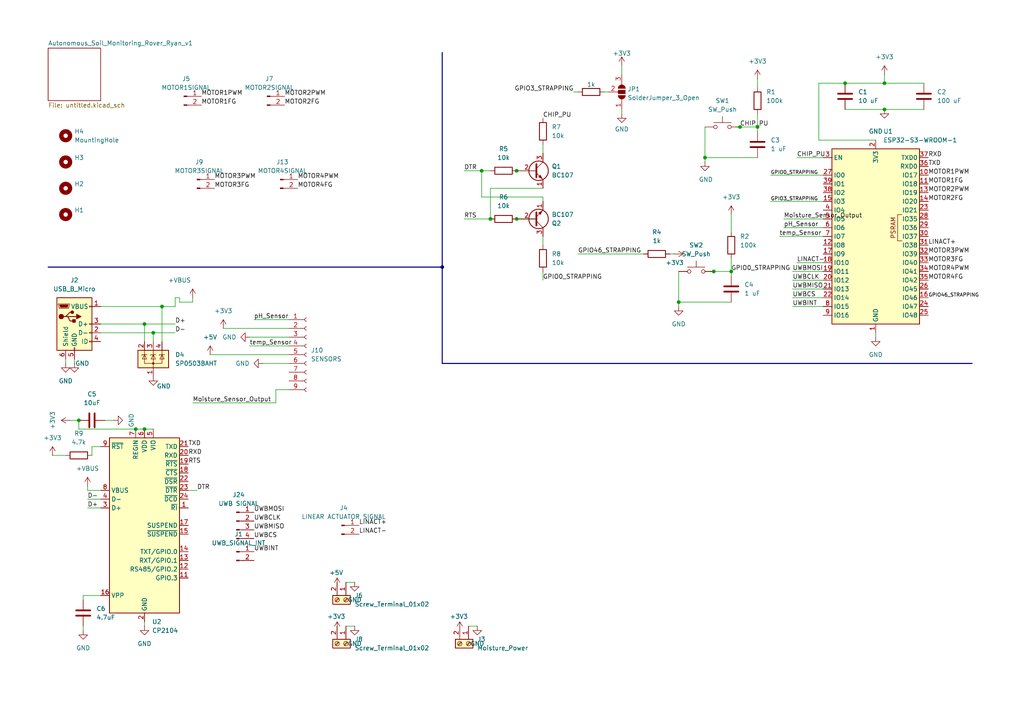
<source format=kicad_sch>
(kicad_sch (version 20231120) (generator "eeschema") (generator_version "8.0")
  (paper "A4")
  (lib_symbols
    (symbol "Connector:Conn_01x02_Pin" (pin_names (offset 1.016) hide)
      (property "Reference" "J" (at 0 2.54 0))
      (property "Value" "Conn_01x02_Pin" (at 0 -5.08 0))
      (symbol "Conn_01x02_Pin_1_1"
        (polyline (pts (xy 1.27 -2.54) (xy 0.8636 -2.54)) (stroke (width 0.1524)))
        (polyline (pts (xy 1.27 0) (xy 0.8636 0)) (stroke (width 0.1524)))
        (rectangle (start 0.8636 -2.413) (end 0 -2.667) (stroke (width 0.1524)) (fill (type outline)))
        (rectangle (start 0.8636 0.127) (end 0 -0.127) (stroke (width 0.1524)) (fill (type outline)))
        (pin passive line (at 5.08 0 180) (length 3.81) (name "Pin_1") (number "1"))
        (pin passive line (at 5.08 -2.54 180) (length 3.81) (name "Pin_2") (number "2"))
      )
    )
    (symbol "Connector:Conn_01x04_Pin" (pin_names (offset 1.016) hide)
      (property "Reference" "J" (at 0 5.08 0))
      (property "Value" "Conn_01x04_Pin" (at 0 -7.62 0))
      (symbol "Conn_01x04_Pin_1_1"
        (polyline (pts (xy 1.27 -5.08) (xy 0.8636 -5.08)) (stroke (width 0.1524)))
        (polyline (pts (xy 1.27 -2.54) (xy 0.8636 -2.54)) (stroke (width 0.1524)))
        (polyline (pts (xy 1.27 0) (xy 0.8636 0)) (stroke (width 0.1524)))
        (polyline (pts (xy 1.27 2.54) (xy 0.8636 2.54)) (stroke (width 0.1524)))
        (rectangle (start 0.8636 -4.953) (end 0 -5.207) (stroke (width 0.1524)) (fill (type outline)))
        (rectangle (start 0.8636 -2.413) (end 0 -2.667) (stroke (width 0.1524)) (fill (type outline)))
        (rectangle (start 0.8636 0.127) (end 0 -0.127) (stroke (width 0.1524)) (fill (type outline)))
        (rectangle (start 0.8636 2.667) (end 0 2.413) (stroke (width 0.1524)) (fill (type outline)))
        (pin passive line (at 5.08 2.54 180) (length 3.81) (name "Pin_1") (number "1"))
        (pin passive line (at 5.08 0 180) (length 3.81) (name "Pin_2") (number "2"))
        (pin passive line (at 5.08 -2.54 180) (length 3.81) (name "Pin_3") (number "3"))
        (pin passive line (at 5.08 -5.08 180) (length 3.81) (name "Pin_4") (number "4"))
      )
    )
    (symbol "Connector:Conn_01x09_Socket" (pin_names (offset 1.016) hide)
      (property "Reference" "J" (at 0 12.7 0))
      (property "Value" "Conn_01x09_Socket" (at 0 -12.7 0))
      (symbol "Conn_01x09_Socket_1_1"
        (arc (start 0 -9.652) (mid -0.5058 -10.16) (end 0 -10.668) (stroke (width 0.1524)))
        (arc (start 0 -7.112) (mid -0.5058 -7.62) (end 0 -8.128) (stroke (width 0.1524)))
        (arc (start 0 -4.572) (mid -0.5058 -5.08) (end 0 -5.588) (stroke (width 0.1524)))
        (arc (start 0 -2.032) (mid -0.5058 -2.54) (end 0 -3.048) (stroke (width 0.1524)))
        (polyline (pts (xy -1.27 -10.16) (xy -0.508 -10.16)) (stroke (width 0.1524)))
        (polyline (pts (xy -1.27 -7.62) (xy -0.508 -7.62)) (stroke (width 0.1524)))
        (polyline (pts (xy -1.27 -5.08) (xy -0.508 -5.08)) (stroke (width 0.1524)))
        (polyline (pts (xy -1.27 -2.54) (xy -0.508 -2.54)) (stroke (width 0.1524)))
        (polyline (pts (xy -1.27 0) (xy -0.508 0)) (stroke (width 0.1524)))
        (polyline (pts (xy -1.27 2.54) (xy -0.508 2.54)) (stroke (width 0.1524)))
        (polyline (pts (xy -1.27 5.08) (xy -0.508 5.08)) (stroke (width 0.1524)))
        (polyline (pts (xy -1.27 7.62) (xy -0.508 7.62)) (stroke (width 0.1524)))
        (polyline (pts (xy -1.27 10.16) (xy -0.508 10.16)) (stroke (width 0.1524)))
        (arc (start 0 0.508) (mid -0.5058 0) (end 0 -0.508) (stroke (width 0.1524)))
        (arc (start 0 3.048) (mid -0.5058 2.54) (end 0 2.032) (stroke (width 0.1524)))
        (arc (start 0 5.588) (mid -0.5058 5.08) (end 0 4.572) (stroke (width 0.1524)))
        (arc (start 0 8.128) (mid -0.5058 7.62) (end 0 7.112) (stroke (width 0.1524)))
        (arc (start 0 10.668) (mid -0.5058 10.16) (end 0 9.652) (stroke (width 0.1524)))
        (pin passive line (at -5.08 10.16 0) (length 3.81) (name "Pin_1") (number "1"))
        (pin passive line (at -5.08 7.62 0) (length 3.81) (name "Pin_2") (number "2"))
        (pin passive line (at -5.08 5.08 0) (length 3.81) (name "Pin_3") (number "3"))
        (pin passive line (at -5.08 2.54 0) (length 3.81) (name "Pin_4") (number "4"))
        (pin passive line (at -5.08 0 0) (length 3.81) (name "Pin_5") (number "5"))
        (pin passive line (at -5.08 -2.54 0) (length 3.81) (name "Pin_6") (number "6"))
        (pin passive line (at -5.08 -5.08 0) (length 3.81) (name "Pin_7") (number "7"))
        (pin passive line (at -5.08 -7.62 0) (length 3.81) (name "Pin_8") (number "8"))
        (pin passive line (at -5.08 -10.16 0) (length 3.81) (name "Pin_9") (number "9"))
      )
    )
    (symbol "Connector:Screw_Terminal_01x02" (pin_names (offset 1.016) hide)
      (property "Reference" "J" (at 0 2.54 0))
      (property "Value" "Screw_Terminal_01x02" (at 0 -5.08 0))
      (symbol "Screw_Terminal_01x02_1_1"
        (rectangle (start -1.27 1.27) (end 1.27 -3.81) (stroke (width 0.254)) (fill (type background)))
        (circle (center 0 -2.54) (radius 0.635) (stroke (width 0.1524)))
        (polyline (pts (xy -0.5334 -2.2098) (xy 0.3302 -3.048)) (stroke (width 0.1524)))
        (polyline (pts (xy -0.5334 0.3302) (xy 0.3302 -0.508)) (stroke (width 0.1524)))
        (polyline (pts (xy -0.3556 -2.032) (xy 0.508 -2.8702)) (stroke (width 0.1524)))
        (polyline (pts (xy -0.3556 0.508) (xy 0.508 -0.3302)) (stroke (width 0.1524)))
        (circle (center 0 0) (radius 0.635) (stroke (width 0.1524)))
        (pin passive line (at -5.08 0 0) (length 3.81) (name "Pin_1") (number "1"))
        (pin passive line (at -5.08 -2.54 0) (length 3.81) (name "Pin_2") (number "2"))
      )
    )
    (symbol "Connector:USB_B_Micro" (pin_names (offset 1.016))
      (property "Reference" "J" (at -5.08 11.43 0))
      (property "Value" "USB_B_Micro" (at -5.08 8.89 0))
      (symbol "USB_B_Micro_0_1"
        (rectangle (start -5.08 -7.62) (end 5.08 7.62) (stroke (width 0.254)) (fill (type background)))
        (circle (center -3.81 2.159) (radius 0.635) (stroke (width 0.254)) (fill (type outline)))
        (circle (center -0.635 3.429) (radius 0.381) (stroke (width 0.254)) (fill (type outline)))
        (rectangle (start -0.127 -7.62) (end 0.127 -6.858))
        (polyline (pts (xy -1.905 2.159) (xy 0.635 2.159)) (stroke (width 0.254)))
        (polyline (pts (xy -3.175 2.159) (xy -2.54 2.159) (xy -1.27 3.429) (xy -0.635 3.429)) (stroke (width 0.254)))
        (polyline (pts (xy -2.54 2.159) (xy -1.905 2.159) (xy -1.27 0.889) (xy 0 0.889)) (stroke (width 0.254)))
        (polyline (pts (xy 0.635 2.794) (xy 0.635 1.524) (xy 1.905 2.159) (xy 0.635 2.794)) (stroke (width 0.254)) (fill (type outline)))
        (polyline (pts (xy -4.318 5.588) (xy -1.778 5.588) (xy -2.032 4.826) (xy -4.064 4.826) (xy -4.318 5.588)) (fill (type outline)))
        (polyline (pts (xy -4.699 5.842) (xy -4.699 5.588) (xy -4.445 4.826) (xy -4.445 4.572) (xy -1.651 4.572) (xy -1.651 4.826) (xy -1.397 5.588) (xy -1.397 5.842) (xy -4.699 5.842)))
        (rectangle (start 0.254 1.27) (end -0.508 0.508) (stroke (width 0.254)) (fill (type outline)))
        (rectangle (start 5.08 -5.207) (end 4.318 -4.953))
        (rectangle (start 5.08 -2.667) (end 4.318 -2.413))
        (rectangle (start 5.08 -0.127) (end 4.318 0.127))
        (rectangle (start 5.08 4.953) (end 4.318 5.207))
      )
      (symbol "USB_B_Micro_1_1"
        (pin power_out line (at 7.62 5.08 180) (length 2.54) (name "VBUS") (number "1"))
        (pin bidirectional line (at 7.62 -2.54 180) (length 2.54) (name "D-") (number "2"))
        (pin bidirectional line (at 7.62 0 180) (length 2.54) (name "D+") (number "3"))
        (pin passive line (at 7.62 -5.08 180) (length 2.54) (name "ID") (number "4"))
        (pin power_out line (at 0 -10.16 90) (length 2.54) (name "GND") (number "5"))
        (pin passive line (at -2.54 -10.16 90) (length 2.54) (name "Shield") (number "6"))
      )
    )
    (symbol "Device:C" (pin_numbers hide) (pin_names (offset 0.254))
      (property "Reference" "C" (at 0.635 2.54 0))
      (property "Value" "C" (at 0.635 -2.54 0))
      (symbol "C_0_1"
        (polyline (pts (xy -2.032 -0.762) (xy 2.032 -0.762)) (stroke (width 0.508)))
        (polyline (pts (xy -2.032 0.762) (xy 2.032 0.762)) (stroke (width 0.508)))
      )
      (symbol "C_1_1"
        (pin passive line (at 0 3.81 270) (length 2.794) (name "~") (number "1"))
        (pin passive line (at 0 -3.81 90) (length 2.794) (name "~") (number "2"))
      )
    )
    (symbol "Device:R" (pin_numbers hide) (pin_names (offset 0))
      (property "Reference" "R" (at 2.032 0 90))
      (property "Value" "R" (at 0 0 90))
      (symbol "R_0_1"
        (rectangle (start -1.016 -2.54) (end 1.016 2.54) (stroke (width 0.254)))
      )
      (symbol "R_1_1"
        (pin passive line (at 0 3.81 270) (length 1.27) (name "~") (number "1"))
        (pin passive line (at 0 -3.81 90) (length 1.27) (name "~") (number "2"))
      )
    )
    (symbol "Interface_USB:CP2104"
      (property "Reference" "U" (at -5.08 28.575 0))
      (property "Value" "CP2104" (at -5.08 26.67 0))
      (symbol "CP2104_1_1"
        (rectangle (start -10.16 25.4) (end 10.16 -25.4) (stroke (width 0.254)) (fill (type background)))
        (pin input line (at 12.7 5.08 180) (length 2.54) (name "~{RI}") (number "1"))
        (pin no_connect line (at 10.16 -20.32 180) (length 2.54) hide (name "NC") (number "10"))
        (pin bidirectional line (at 12.7 -15.24 180) (length 2.54) (name "GPIO.3") (number "11"))
        (pin bidirectional line (at 12.7 -12.7 180) (length 2.54) (name "RS485/GPIO.2") (number "12"))
        (pin bidirectional line (at 12.7 -10.16 180) (length 2.54) (name "RXT/GPIO.1") (number "13"))
        (pin bidirectional line (at 12.7 -7.62 180) (length 2.54) (name "TXT/GPIO.0") (number "14"))
        (pin output line (at 12.7 -2.54 180) (length 2.54) (name "~{SUSPEND}") (number "15"))
        (pin passive line (at -12.7 -20.32 0) (length 2.54) (name "VPP") (number "16"))
        (pin output line (at 12.7 0 180) (length 2.54) (name "SUSPEND") (number "17"))
        (pin input line (at 12.7 15.24 180) (length 2.54) (name "~{CTS}") (number "18"))
        (pin output line (at 12.7 17.78 180) (length 2.54) (name "~{RTS}") (number "19"))
        (pin power_in line (at 0 -27.94 90) (length 2.54) (name "GND") (number "2"))
        (pin input line (at 12.7 20.32 180) (length 2.54) (name "RXD") (number "20"))
        (pin output line (at 12.7 22.86 180) (length 2.54) (name "TXD") (number "21"))
        (pin input line (at 12.7 12.7 180) (length 2.54) (name "~{DSR}") (number "22"))
        (pin output line (at 12.7 10.16 180) (length 2.54) (name "~{DTR}") (number "23"))
        (pin input line (at 12.7 7.62 180) (length 2.54) (name "~{DCD}") (number "24"))
        (pin passive line (at 0 -27.94 90) (length 2.54) hide (name "GND") (number "25"))
        (pin bidirectional line (at -12.7 5.08 0) (length 2.54) (name "D+") (number "3"))
        (pin bidirectional line (at -12.7 7.62 0) (length 2.54) (name "D-") (number "4"))
        (pin power_in line (at 2.54 27.94 270) (length 2.54) (name "VIO") (number "5"))
        (pin power_in line (at 0 27.94 270) (length 2.54) (name "VDD") (number "6"))
        (pin power_in line (at -2.54 27.94 270) (length 2.54) (name "REGIN") (number "7"))
        (pin input line (at -12.7 10.16 0) (length 2.54) (name "VBUS") (number "8"))
        (pin bidirectional line (at -12.7 22.86 0) (length 2.54) (name "~{RST}") (number "9"))
      )
    )
    (symbol "Jumper:SolderJumper_3_Open" (pin_names (offset 0) hide)
      (property "Reference" "JP" (at -2.54 -2.54 0))
      (property "Value" "SolderJumper_3_Open" (at 0 2.794 0))
      (symbol "SolderJumper_3_Open_0_1"
        (arc (start -1.016 1.016) (mid -2.0275 0) (end -1.016 -1.016))
        (arc (start -1.016 1.016) (mid -2.0275 0) (end -1.016 -1.016) (fill (type outline)))
        (rectangle (start -0.508 1.016) (end 0.508 -1.016) (fill (type outline)))
        (polyline (pts (xy -2.54 0) (xy -2.032 0)))
        (polyline (pts (xy -1.016 1.016) (xy -1.016 -1.016)))
        (polyline (pts (xy 0 -1.27) (xy 0 -1.016)))
        (polyline (pts (xy 1.016 1.016) (xy 1.016 -1.016)))
        (polyline (pts (xy 2.54 0) (xy 2.032 0)))
        (arc (start 1.016 -1.016) (mid 2.0275 0) (end 1.016 1.016))
        (arc (start 1.016 -1.016) (mid 2.0275 0) (end 1.016 1.016) (fill (type outline)))
      )
      (symbol "SolderJumper_3_Open_1_1"
        (pin passive line (at -5.08 0 0) (length 2.54) (name "A") (number "1"))
        (pin passive line (at 0 -3.81 90) (length 2.54) (name "C") (number "2"))
        (pin passive line (at 5.08 0 180) (length 2.54) (name "B") (number "3"))
      )
    )
    (symbol "Mechanical:MountingHole" (pin_names (offset 1.016)) (exclude_from_sim yes) (in_bom no)
      (property "Reference" "H" (at 0 5.08 0))
      (property "Value" "MountingHole" (at 0 3.175 0))
      (symbol "MountingHole_0_1"
        (circle (center 0 0) (radius 1.27) (stroke (width 1.27)))
      )
    )
    (symbol "Power_Protection:SP0503BAHT" (pin_names hide)
      (property "Reference" "D" (at 5.715 2.54 0))
      (property "Value" "SP0503BAHT" (at 5.715 0.635 0))
      (symbol "SP0503BAHT_0_0"
        (pin passive line (at 0 -5.08 90) (length 2.54) (name "A") (number "1"))
      )
      (symbol "SP0503BAHT_0_1"
        (rectangle (start -4.445 2.54) (end 4.445 -2.54) (stroke (width 0.254)) (fill (type background)))
        (circle (center 0 -1.27) (radius 0.254) (fill (type outline)))
        (polyline (pts (xy -2.54 2.54) (xy -2.54 1.27)))
        (polyline (pts (xy 0 -1.27) (xy 0 -2.54)))
        (polyline (pts (xy 0 -1.27) (xy 0 1.27)))
        (polyline (pts (xy 0 2.54) (xy 0 1.27)))
        (polyline (pts (xy 0.635 1.27) (xy 0.762 1.27)))
        (polyline (pts (xy 2.54 2.54) (xy 2.54 1.27)))
        (polyline (pts (xy 0.635 1.27) (xy -0.762 1.27) (xy -0.762 1.016)))
        (polyline (pts (xy -3.302 1.016) (xy -3.302 1.27) (xy -1.905 1.27) (xy -1.778 1.27)))
        (polyline (pts (xy -2.54 1.27) (xy -2.54 -1.27) (xy 2.54 -1.27) (xy 2.54 1.27)))
        (polyline (pts (xy -2.54 1.27) (xy -1.905 0) (xy -3.175 0) (xy -2.54 1.27)))
        (polyline (pts (xy 0.635 0) (xy -0.635 0) (xy 0 1.27) (xy 0.635 0)))
        (polyline (pts (xy 1.778 1.016) (xy 1.778 1.27) (xy 3.175 1.27) (xy 3.302 1.27)))
        (polyline (pts (xy 2.54 1.27) (xy 1.905 0) (xy 3.175 0) (xy 2.54 1.27)))
      )
      (symbol "SP0503BAHT_1_1"
        (pin passive line (at -2.54 5.08 270) (length 2.54) (name "K") (number "2"))
        (pin passive line (at 0 5.08 270) (length 2.54) (name "K") (number "3"))
        (pin passive line (at 2.54 5.08 270) (length 2.54) (name "K") (number "4"))
      )
    )
    (symbol "RF_Module:ESP32-S3-WROOM-1"
      (property "Reference" "U" (at -12.7 26.67 0))
      (property "Value" "ESP32-S3-WROOM-1" (at 12.7 26.67 0))
      (symbol "ESP32-S3-WROOM-1_0_0"
        (rectangle (start -12.7 25.4) (end 12.7 -25.4) (stroke (width 0.254)) (fill (type background)))
        (text "PSRAM" (at 5.08 2.54 900) (effects (font (size 1.27 1.27))))
      )
      (symbol "ESP32-S3-WROOM-1_0_1"
        (polyline (pts (xy 7.62 -1.27) (xy 6.35 -1.27) (xy 6.35 6.35) (xy 7.62 6.35)))
      )
      (symbol "ESP32-S3-WROOM-1_1_1"
        (pin power_in line (at 0 -27.94 90) (length 2.54) (name "GND") (number "1"))
        (pin bidirectional line (at 15.24 17.78 180) (length 2.54) (name "IO17") (number "10"))
        (pin bidirectional line (at 15.24 15.24 180) (length 2.54) (name "IO18") (number "11"))
        (pin bidirectional line (at -15.24 -2.54 0) (length 2.54) (name "IO8") (number "12"))
        (pin bidirectional line (at 15.24 12.7 180) (length 2.54) (name "IO19") (number "13"))
        (pin bidirectional line (at 15.24 10.16 180) (length 2.54) (name "IO20") (number "14"))
        (pin bidirectional line (at -15.24 10.16 0) (length 2.54) (name "IO3") (number "15"))
        (pin bidirectional line (at 15.24 -17.78 180) (length 2.54) (name "IO46") (number "16"))
        (pin bidirectional line (at -15.24 -5.08 0) (length 2.54) (name "IO9") (number "17"))
        (pin bidirectional line (at -15.24 -7.62 0) (length 2.54) (name "IO10") (number "18"))
        (pin bidirectional line (at -15.24 -10.16 0) (length 2.54) (name "IO11") (number "19"))
        (pin power_in line (at 0 27.94 270) (length 2.54) (name "3V3") (number "2"))
        (pin bidirectional line (at -15.24 -12.7 0) (length 2.54) (name "IO12") (number "20"))
        (pin bidirectional line (at -15.24 -15.24 0) (length 2.54) (name "IO13") (number "21"))
        (pin bidirectional line (at -15.24 -17.78 0) (length 2.54) (name "IO14") (number "22"))
        (pin bidirectional line (at 15.24 7.62 180) (length 2.54) (name "IO21") (number "23"))
        (pin bidirectional line (at 15.24 -20.32 180) (length 2.54) (name "IO47") (number "24"))
        (pin bidirectional line (at 15.24 -22.86 180) (length 2.54) (name "IO48") (number "25"))
        (pin bidirectional line (at 15.24 -15.24 180) (length 2.54) (name "IO45") (number "26"))
        (pin bidirectional line (at -15.24 17.78 0) (length 2.54) (name "IO0") (number "27"))
        (pin bidirectional line (at 15.24 5.08 180) (length 2.54) (name "IO35") (number "28"))
        (pin bidirectional line (at 15.24 2.54 180) (length 2.54) (name "IO36") (number "29"))
        (pin input line (at -15.24 22.86 0) (length 2.54) (name "EN") (number "3"))
        (pin bidirectional line (at 15.24 0 180) (length 2.54) (name "IO37") (number "30"))
        (pin bidirectional line (at 15.24 -2.54 180) (length 2.54) (name "IO38") (number "31"))
        (pin bidirectional line (at 15.24 -5.08 180) (length 2.54) (name "IO39") (number "32"))
        (pin bidirectional line (at 15.24 -7.62 180) (length 2.54) (name "IO40") (number "33"))
        (pin bidirectional line (at 15.24 -10.16 180) (length 2.54) (name "IO41") (number "34"))
        (pin bidirectional line (at 15.24 -12.7 180) (length 2.54) (name "IO42") (number "35"))
        (pin bidirectional line (at 15.24 20.32 180) (length 2.54) (name "RXD0") (number "36"))
        (pin bidirectional line (at 15.24 22.86 180) (length 2.54) (name "TXD0") (number "37"))
        (pin bidirectional line (at -15.24 12.7 0) (length 2.54) (name "IO2") (number "38"))
        (pin bidirectional line (at -15.24 15.24 0) (length 2.54) (name "IO1") (number "39"))
        (pin bidirectional line (at -15.24 7.62 0) (length 2.54) (name "IO4") (number "4"))
        (pin passive line (at 0 -27.94 90) (length 2.54) hide (name "GND") (number "40"))
        (pin passive line (at 0 -27.94 90) (length 2.54) hide (name "GND") (number "41"))
        (pin bidirectional line (at -15.24 5.08 0) (length 2.54) (name "IO5") (number "5"))
        (pin bidirectional line (at -15.24 2.54 0) (length 2.54) (name "IO6") (number "6"))
        (pin bidirectional line (at -15.24 0 0) (length 2.54) (name "IO7") (number "7"))
        (pin bidirectional line (at -15.24 -20.32 0) (length 2.54) (name "IO15") (number "8"))
        (pin bidirectional line (at -15.24 -22.86 0) (length 2.54) (name "IO16") (number "9"))
      )
    )
    (symbol "Switch:SW_Push" (pin_numbers hide) (pin_names (offset 1.016) hide)
      (property "Reference" "SW" (at 1.27 2.54 0))
      (property "Value" "SW_Push" (at 0 -1.524 0))
      (symbol "SW_Push_0_1"
        (circle (center -2.032 0) (radius 0.508))
        (polyline (pts (xy 0 1.27) (xy 0 3.048)))
        (polyline (pts (xy 2.54 1.27) (xy -2.54 1.27)))
        (circle (center 2.032 0) (radius 0.508))
        (pin passive line (at -5.08 0 0) (length 2.54) (name "1") (number "1"))
        (pin passive line (at 5.08 0 180) (length 2.54) (name "2") (number "2"))
      )
    )
    (symbol "Transistor_BJT:BC107" (pin_names (offset 0) hide)
      (property "Reference" "Q" (at 5.08 1.905 0))
      (property "Value" "BC107" (at 5.08 0 0))
      (symbol "BC107_0_1"
        (polyline (pts (xy 0.635 0.635) (xy 2.54 2.54)))
        (polyline (pts (xy 0.635 -0.635) (xy 2.54 -2.54) (xy 2.54 -2.54)))
        (polyline (pts (xy 0.635 1.905) (xy 0.635 -1.905) (xy 0.635 -1.905)) (stroke (width 0.508)))
        (polyline (pts (xy 1.27 -1.778) (xy 1.778 -1.27) (xy 2.286 -2.286) (xy 1.27 -1.778) (xy 1.27 -1.778)) (fill (type outline)))
        (circle (center 1.27 0) (radius 2.8194) (stroke (width 0.254)))
      )
      (symbol "BC107_1_1"
        (pin passive line (at 2.54 -5.08 90) (length 2.54) (name "E") (number "1"))
        (pin input line (at -5.08 0 0) (length 5.715) (name "B") (number "2"))
        (pin passive line (at 2.54 5.08 270) (length 2.54) (name "C") (number "3"))
      )
    )
    (symbol "basic:R" (pin_numbers hide) (pin_names (offset 0))
      (property "Value" "R" (at 0 0 90))
      (symbol "R_0_1"
        (rectangle (start -1.016 -2.54) (end 1.016 2.54) (stroke (width 0.254)))
      )
      (symbol "R_1_1"
        (pin passive line (at 0 3.81 270) (length 1.27) (name "~") (number "1"))
        (pin passive line (at 0 -3.81 90) (length 1.27) (name "~") (number "2"))
      )
    )
    (symbol "power:+12V" (power) (pin_numbers hide) (pin_names (offset 0) hide)
      (property "Value" "+12V" (at 0 3.556 0))
      (symbol "+12V_0_1"
        (polyline (pts (xy -0.762 1.27) (xy 0 2.54)))
        (polyline (pts (xy 0 0) (xy 0 2.54)))
        (polyline (pts (xy 0 2.54) (xy 0.762 1.27)))
      )
      (symbol "+12V_1_1"
        (pin power_in line (at 0 0 90) (length 0) (name "~") (number "1"))
      )
    )
    (symbol "power:+3V3" (power) (pin_numbers hide) (pin_names (offset 0) hide)
      (property "Value" "+3V3" (at 0 3.556 0))
      (symbol "+3V3_0_1"
        (polyline (pts (xy -0.762 1.27) (xy 0 2.54)))
        (polyline (pts (xy 0 0) (xy 0 2.54)))
        (polyline (pts (xy 0 2.54) (xy 0.762 1.27)))
      )
      (symbol "+3V3_1_1"
        (pin power_in line (at 0 0 90) (length 0) (name "~") (number "1"))
      )
    )
    (symbol "power:+5V" (power) (pin_numbers hide) (pin_names (offset 0) hide)
      (property "Value" "+5V" (at 0 3.556 0))
      (symbol "+5V_0_1"
        (polyline (pts (xy -0.762 1.27) (xy 0 2.54)))
        (polyline (pts (xy 0 0) (xy 0 2.54)))
        (polyline (pts (xy 0 2.54) (xy 0.762 1.27)))
      )
      (symbol "+5V_1_1"
        (pin power_in line (at 0 0 90) (length 0) (name "~") (number "1"))
      )
    )
    (symbol "power:GND" (power) (pin_numbers hide) (pin_names (offset 0) hide)
      (property "Value" "GND" (at 0 -3.81 0))
      (symbol "GND_0_1"
        (polyline (pts (xy 0 0) (xy 0 -1.27) (xy 1.27 -1.27) (xy 0 -2.54) (xy -1.27 -1.27) (xy 0 -1.27)))
      )
      (symbol "GND_1_1"
        (pin power_in line (at 0 0 270) (length 0) (name "~") (number "1"))
      )
    )
  )
  (junction (at 39.37 124.46))
  (junction (at 196.85 87.63))
  (junction (at 44.45 96.52))
  (junction (at 149.86 63.5))
  (junction (at 149.86 49.53))
  (junction (at 256.54 24.13))
  (junction (at 142.24 63.5))
  (junction (at 46.99 88.9))
  (junction (at 139.7 49.53))
  (junction (at 219.71 36.83))
  (junction (at 128.27 77.47))
  (junction (at 245.11 24.13))
  (junction (at 212.09 78.74))
  (junction (at 41.91 124.46))
  (junction (at 22.86 121.92))
  (junction (at 204.47 45.72))
  (junction (at 214.63 36.83))
  (junction (at 41.91 93.98))
  (junction (at 207.01 78.74))
  (junction (at 256.54 31.75))
  (wire (pts (xy 134.62 49.53) (xy 139.7 49.53)))
  (wire (pts (xy 204.47 45.72) (xy 204.47 46.99)))
  (wire (pts (xy 39.37 124.46) (xy 41.91 124.46)))
  (wire (pts (xy 157.48 57.15) (xy 157.48 58.42)))
  (wire (pts (xy 229.87 88.9) (xy 238.76 88.9)))
  (wire (pts (xy 227.33 63.5) (xy 238.76 63.5)))
  (wire (pts (xy 26.67 132.08) (xy 26.67 129.54)))
  (wire (pts (xy 231.14 45.72) (xy 238.76 45.72)))
  (wire (pts (xy 80.01 116.84) (xy 80.01 113.03)))
  (wire (pts (xy 44.45 96.52) (xy 44.45 99.06)))
  (wire (pts (xy 166.37 26.67) (xy 167.64 26.67)))
  (wire (pts (xy 26.67 129.54) (xy 29.21 129.54)))
  (wire (pts (xy 196.85 87.63) (xy 196.85 88.9)))
  (wire (pts (xy 52.07 87.63) (xy 55.88 87.63)))
  (wire (pts (xy 254 97.79) (xy 254 96.52)))
  (wire (pts (xy 219.71 36.83) (xy 219.71 38.1)))
  (wire (pts (xy 204.47 45.72) (xy 219.71 45.72)))
  (wire (pts (xy 60.96 102.87) (xy 83.82 102.87)))
  (wire (pts (xy 157.48 78.74) (xy 157.48 81.28)))
  (wire (pts (xy 214.63 36.83) (xy 219.71 36.83)))
  (wire (pts (xy 76.2 105.41) (xy 83.82 105.41)))
  (wire (pts (xy 157.48 41.91) (xy 157.48 44.45)))
  (wire (pts (xy 41.91 124.46) (xy 44.45 124.46)))
  (bus (pts (xy 13.97 77.47) (xy 128.27 77.47)))
  (wire (pts (xy 46.99 88.9) (xy 50.8 88.9)))
  (wire (pts (xy 204.47 36.83) (xy 204.47 45.72)))
  (wire (pts (xy 154.94 49.53) (xy 149.86 49.53)))
  (wire (pts (xy 229.87 83.82) (xy 238.76 83.82)))
  (wire (pts (xy 219.71 22.86) (xy 219.71 25.4)))
  (wire (pts (xy 80.01 113.03) (xy 83.82 113.03)))
  (wire (pts (xy 223.52 58.42) (xy 238.76 58.42)))
  (wire (pts (xy 41.91 93.98) (xy 41.91 99.06)))
  (wire (pts (xy 226.06 68.58) (xy 238.76 68.58)))
  (wire (pts (xy 205.74 78.74) (xy 207.01 78.74)))
  (wire (pts (xy 139.7 49.53) (xy 142.24 49.53)))
  (wire (pts (xy 44.45 96.52) (xy 50.8 96.52)))
  (wire (pts (xy 73.66 92.71) (xy 83.82 92.71)))
  (wire (pts (xy 25.4 147.32) (xy 29.21 147.32)))
  (wire (pts (xy 97.79 182.88) (xy 97.79 181.61)))
  (wire (pts (xy 196.85 78.74) (xy 196.85 87.63)))
  (wire (pts (xy 229.87 86.36) (xy 238.76 86.36)))
  (wire (pts (xy 157.48 68.58) (xy 157.48 71.12)))
  (wire (pts (xy 256.54 21.59) (xy 256.54 24.13)))
  (wire (pts (xy 50.8 86.36) (xy 52.07 86.36)))
  (wire (pts (xy 72.39 100.33) (xy 83.82 100.33)))
  (wire (pts (xy 195.58 73.66) (xy 194.31 73.66)))
  (wire (pts (xy 29.21 96.52) (xy 44.45 96.52)))
  (wire (pts (xy 180.34 19.05) (xy 180.34 21.59)))
  (wire (pts (xy 55.88 116.84) (xy 80.01 116.84)))
  (wire (pts (xy 212.09 62.23) (xy 212.09 67.31)))
  (wire (pts (xy 223.52 50.8) (xy 238.76 50.8)))
  (wire (pts (xy 134.62 63.5) (xy 142.24 63.5)))
  (wire (pts (xy 22.86 121.92) (xy 22.86 124.46)))
  (wire (pts (xy 237.49 40.64) (xy 254 40.64)))
  (wire (pts (xy 55.88 87.63) (xy 55.88 86.36)))
  (wire (pts (xy 20.32 121.92) (xy 22.86 121.92)))
  (wire (pts (xy 100.33 168.91) (xy 102.87 168.91)))
  (wire (pts (xy 97.79 170.18) (xy 97.79 168.91)))
  (wire (pts (xy 245.11 24.13) (xy 256.54 24.13)))
  (wire (pts (xy 46.99 99.06) (xy 46.99 88.9)))
  (wire (pts (xy 237.49 24.13) (xy 237.49 40.64)))
  (bus (pts (xy 128.27 15.24) (xy 128.27 77.47)))
  (wire (pts (xy 139.7 57.15) (xy 157.48 57.15)))
  (wire (pts (xy 212.09 78.74) (xy 212.09 74.93)))
  (wire (pts (xy 52.07 86.36) (xy 52.07 87.63)))
  (wire (pts (xy 135.89 181.61) (xy 138.43 181.61)))
  (wire (pts (xy 212.09 78.74) (xy 212.09 80.01)))
  (wire (pts (xy 24.13 173.99) (xy 24.13 172.72)))
  (wire (pts (xy 175.26 26.67) (xy 176.53 26.67)))
  (wire (pts (xy 139.7 49.53) (xy 139.7 57.15)))
  (wire (pts (xy 256.54 24.13) (xy 267.97 24.13)))
  (wire (pts (xy 33.02 121.92) (xy 30.48 121.92)))
  (wire (pts (xy 29.21 142.24) (xy 25.4 142.24)))
  (wire (pts (xy 50.8 88.9) (xy 50.8 86.36)))
  (bus (pts (xy 128.27 105.41) (xy 281.94 105.41)))
  (wire (pts (xy 19.05 105.41) (xy 19.05 104.14)))
  (wire (pts (xy 29.21 93.98) (xy 41.91 93.98)))
  (wire (pts (xy 64.77 95.25) (xy 83.82 95.25)))
  (wire (pts (xy 25.4 144.78) (xy 29.21 144.78)))
  (wire (pts (xy 41.91 181.61) (xy 41.91 180.34)))
  (wire (pts (xy 100.33 181.61) (xy 102.87 181.61)))
  (wire (pts (xy 229.87 78.74) (xy 238.76 78.74)))
  (wire (pts (xy 227.33 66.04) (xy 238.76 66.04)))
  (wire (pts (xy 21.59 104.14) (xy 21.59 105.41)))
  (wire (pts (xy 167.64 73.66) (xy 186.69 73.66)))
  (bus (pts (xy 128.27 77.47) (xy 128.27 105.41)))
  (wire (pts (xy 180.34 31.75) (xy 180.34 33.02)))
  (wire (pts (xy 22.86 124.46) (xy 39.37 124.46)))
  (wire (pts (xy 29.21 88.9) (xy 46.99 88.9)))
  (wire (pts (xy 196.85 87.63) (xy 212.09 87.63)))
  (wire (pts (xy 15.24 132.08) (xy 19.05 132.08)))
  (wire (pts (xy 207.01 78.74) (xy 212.09 78.74)))
  (wire (pts (xy 142.24 54.61) (xy 142.24 63.5)))
  (wire (pts (xy 133.35 182.88) (xy 133.35 181.61)))
  (wire (pts (xy 41.91 93.98) (xy 50.8 93.98)))
  (wire (pts (xy 219.71 36.83) (xy 219.71 33.02)))
  (wire (pts (xy 57.15 142.24) (xy 54.61 142.24)))
  (wire (pts (xy 24.13 182.88) (xy 24.13 181.61)))
  (wire (pts (xy 231.14 76.2) (xy 238.76 76.2)))
  (wire (pts (xy 256.54 31.75) (xy 267.97 31.75)))
  (wire (pts (xy 25.4 142.24) (xy 25.4 140.97)))
  (wire (pts (xy 149.86 63.5) (xy 154.94 63.5)))
  (wire (pts (xy 237.49 24.13) (xy 245.11 24.13)))
  (wire (pts (xy 213.36 36.83) (xy 214.63 36.83)))
  (wire (pts (xy 24.13 172.72) (xy 29.21 172.72)))
  (wire (pts (xy 157.48 54.61) (xy 142.24 54.61)))
  (wire (pts (xy 72.39 97.79) (xy 83.82 97.79)))
  (wire (pts (xy 229.87 81.28) (xy 238.76 81.28)))
  (wire (pts (xy 245.11 31.75) (xy 256.54 31.75)))
  (label "GPIO0_STRAPPING" (at 212.09 78.74 0))
  (label "RXD" (at 54.61 132.08 0))
  (label "UWBMISO" (at 229.87 83.82 0))
  (label "temp_Sensor" (at 72.39 100.33 0))
  (label "GPIO3_STRAPPING" (at 166.37 26.67 180))
  (label "MOTOR4FG" (at 269.24 81.28 0))
  (label "MOTOR4FG" (at 86.36 54.61 0))
  (label "UWBINT" (at 73.66 160.02 0))
  (label "UWBINT" (at 229.87 88.9 0))
  (label "TXD" (at 54.61 129.54 0))
  (label "MOTOR1FG" (at 269.24 53.34 0))
  (label "CHIP_PU" (at 214.63 36.83 0))
  (label "GPIO46_STRAPPING" (at 167.64 73.66 0))
  (label "MOTOR1FG" (at 58.42 30.48 0))
  (label "LINACT+" (at 269.24 71.12 0))
  (label "D-" (at 50.8 96.52 0))
  (label "MOTOR4PWM" (at 269.24 78.74 0))
  (label "LINACT-" (at 231.14 76.2 0))
  (label "MOTOR1PWM" (at 58.42 27.94 0))
  (label "RXD" (at 269.24 45.72 0))
  (label "LINACT-" (at 104.14 154.94 0))
  (label "UWBMOSI" (at 229.87 78.74 0))
  (label "pH_Sensor" (at 73.66 92.71 0))
  (label "MOTOR4PWM" (at 86.36 52.07 0))
  (label "TXD" (at 269.24 48.26 0))
  (label "Moisture_Sensor_Output" (at 227.33 63.5 0))
  (label "GPIO46_STRAPPING" (at 269.24 86.36 0) (effects (font (size 1.016 1.016))))
  (label "LINACT+" (at 104.14 152.4 0))
  (label "Moisture_Sensor_Output" (at 55.88 116.84 0))
  (label "GPIO0_STRAPPING" (at 223.52 50.8 0) (effects (font (size 1.016 1.016))))
  (label "UWBCS" (at 229.87 86.36 0))
  (label "RTS" (at 54.61 134.62 0))
  (label "UWBMOSI" (at 73.66 148.59 0))
  (label "D+" (at 25.4 147.32 0))
  (label "MOTOR2PWM" (at 269.24 55.88 0))
  (label "DTR" (at 57.15 142.24 0))
  (label "MOTOR2FG" (at 269.24 58.42 0))
  (label "MOTOR3PWM" (at 62.23 52.07 0))
  (label "MOTOR3FG" (at 269.24 76.2 0))
  (label "MOTOR1PWM" (at 269.24 50.8 0))
  (label "MOTOR3FG" (at 62.23 54.61 0))
  (label "UWBMISO" (at 73.66 153.67 0))
  (label "DTR" (at 134.62 49.53 0))
  (label "MOTOR2PWM" (at 82.55 27.94 0))
  (label "CHIP_PU" (at 157.48 34.29 0))
  (label "RTS" (at 134.62 63.5 0))
  (label "GPIO0_STRAPPING" (at 157.48 81.28 0))
  (label "CHIP_PU" (at 231.14 45.72 0))
  (label "UWBCLK" (at 229.87 81.28 0))
  (label "GPIO3_STRAPPING" (at 223.52 58.42 0) (effects (font (size 1.016 1.016))))
  (label "UWBCS" (at 73.66 156.21 0))
  (label "D+" (at 50.8 93.98 0))
  (label "MOTOR3PWM" (at 269.24 73.66 0))
  (label "pH_Sensor" (at 227.33 66.04 0))
  (label "D-" (at 25.4 144.78 0))
  (label "UWBCLK" (at 73.66 151.13 0))
  (label "temp_Sensor" (at 226.06 68.58 0))
  (label "MOTOR2FG" (at 82.55 30.48 0))
  (symbol (lib_id "Device:C") (at 212.09 83.82 0) (unit 1)
    (property "Reference" "C4" (at 215.9 82.5499 0) (effects (justify left)))
    (property "Value" "1 uF" (at 215.9 85.0899 0) (effects (justify left)))
    (property "Footprint" "Capacitor_SMD:C_0805_2012Metric_Pad1.18x1.45mm_HandSolder" (effects (hide yes)))
    (property "Description" "Unpolarized capacitor" (effects (hide yes)))
  )
  (symbol (lib_id "power:+3V3") (at 15.24 132.08 0) (unit 1)
    (property "Reference" "#PWR033" (effects (hide yes)))
    (property "Value" "+3V3" (at 15.24 127 0))
    (property "Description" "Power symbol creates a global label with name \"+3V3\"" (effects (hide yes)))
  )
  (symbol (lib_id "power:GND") (at 19.05 105.41 0) (unit 1)
    (property "Reference" "#PWR034" (effects (hide yes)))
    (property "Value" "GND" (at 19.05 110.49 0))
    (property "Description" "Power symbol creates a global label with name \"GND\" , ground" (effects (hide yes)))
  )
  (symbol (lib_id "Connector:Conn_01x02_Pin") (at 99.06 152.4 0) (unit 1)
    (property "Reference" "J4" (at 99.695 147.32 0))
    (property "Value" "LINEAR ACTUATOR SIGNAL" (at 99.695 149.86 0))
    (property "Footprint" "TerminalBlock_Phoenix:TerminalBlock_Phoenix_MKDS-1,5-2-5.08_1x02_P5.08mm_Horizontal" (effects (hide yes)))
    (property "Description" "Generic connector, single row, 01x02, script generated" (effects (hide yes)))
  )
  (symbol (lib_id "Connector:Conn_01x02_Pin") (at 53.34 27.94 0) (unit 1)
    (property "Reference" "J5" (at 53.975 22.86 0))
    (property "Value" "MOTOR1SIGNAL" (at 53.975 25.4 0))
    (property "Footprint" "TerminalBlock_Phoenix:TerminalBlock_Phoenix_MKDS-1,5-2-5.08_1x02_P5.08mm_Horizontal" (effects (hide yes)))
    (property "Description" "Generic connector, single row, 01x02, script generated" (effects (hide yes)))
  )
  (symbol (lib_id "power:GND") (at 76.2 105.41 270) (unit 1)
    (property "Reference" "#PWR051" (effects (hide yes)))
    (property "Value" "GND" (at 72.39 105.4099 90) (effects (justify right)))
    (property "Description" "Power symbol creates a global label with name \"GND\" , ground" (effects (hide yes)))
  )
  (symbol (lib_id "Device:C") (at 219.71 41.91 0) (unit 1)
    (property "Reference" "C3" (at 223.52 40.6399 0) (effects (justify left)))
    (property "Value" "1 uF" (at 223.52 43.1799 0) (effects (justify left)))
    (property "Footprint" "Capacitor_SMD:C_0805_2012Metric_Pad1.18x1.45mm_HandSolder" (effects (hide yes)))
    (property "Description" "Unpolarized capacitor" (effects (hide yes)))
  )
  (symbol (lib_id "Interface_USB:CP2104") (at 41.91 152.4 0) (unit 1)
    (property "Reference" "U2" (at 44.1041 180.34 0) (effects (justify left)))
    (property "Value" "CP2104" (at 44.1041 182.88 0) (effects (justify left)))
    (property "Footprint" "Package_DFN_QFN:QFN-24-1EP_4x4mm_P0.5mm_EP2.6x2.6mm" (effects (hide yes)))
    (property "Datasheet" "https://www.silabs.com/documents/public/data-sheets/cp2104.pdf" (effects (hide yes)))
    (property "Description" "Single-Chip USB-to-UART Bridge, USB 2.0 Full-Speed, 2Mbps UART, QFN-24" (effects (hide yes)))
  )
  (symbol (lib_id "Device:R") (at 146.05 49.53 270) (unit 1)
    (property "Reference" "R5" (at 146.05 43.18 90))
    (property "Value" "10k" (at 146.05 45.72 90))
    (property "Footprint" "Resistor_SMD:R_0805_2012Metric_Pad1.20x1.40mm_HandSolder" (effects (hide yes)))
    (property "Description" "Resistor" (effects (hide yes)))
  )
  (symbol (lib_id "power:GND") (at 102.87 168.91 0) (unit 1)
    (property "Reference" "#PWR028" (effects (hide yes)))
    (property "Value" "GND" (at 102.87 173.99 0))
    (property "Description" "Power symbol creates a global label with name \"GND\" , ground" (effects (hide yes)))
  )
  (symbol (lib_id "Connector:Screw_Terminal_01x02") (at 135.89 186.69 270) (unit 1)
    (property "Reference" "J3" (at 138.43 185.4199 90) (effects (justify left)))
    (property "Value" "Moisture_Power" (at 138.43 187.9599 90) (effects (justify left)))
    (property "Footprint" "TerminalBlock_Phoenix:TerminalBlock_Phoenix_MKDS-1,5-2-5.08_1x02_P5.08mm_Horizontal" (effects (hide yes)))
    (property "Description" "Generic screw terminal, single row, 01x02, script generated (kicad-library-utils/schlib/autogen/connector/)" (effects (hide yes)))
  )
  (symbol (lib_id "power:GND") (at 138.43 181.61 0) (unit 1)
    (property "Reference" "#PWR012" (effects (hide yes)))
    (property "Value" "GND" (at 138.43 186.69 0))
    (property "Description" "Power symbol creates a global label with name \"GND\" , ground" (effects (hide yes)))
  )
  (symbol (lib_id "power:+3V3") (at 180.34 19.05 0) (unit 1)
    (property "Reference" "#PWR08" (effects (hide yes)))
    (property "Value" "+3V3" (at 180.34 15.4742 0))
  )
  (symbol (lib_id "Transistor_BJT:BC107") (at 154.94 63.5 0) (mirror x) (unit 1)
    (property "Reference" "Q2" (at 160.02 64.7701 0) (effects (justify left)))
    (property "Value" "BC107" (at 160.02 62.2301 0) (effects (justify left)))
    (property "Footprint" "Package_TO_SOT_THT:TO-18-3" (effects (hide yes)))
    (property "Datasheet" "http://www.b-kainka.de/Daten/Transistor/BC108.pdf" (effects (hide yes)))
    (property "Description" "0.1A Ic, 50V Vce, Low Noise General Purpose NPN Transistor, TO-18" (effects (hide yes)))
  )
  (symbol (lib_id "power:GND") (at 204.47 46.99 0) (unit 1)
    (property "Reference" "#PWR04" (effects (hide yes)))
    (property "Value" "GND" (at 204.724 52.07 0))
    (property "Description" "Power symbol creates a global label with name \"GND\" , ground" (effects (hide yes)))
  )
  (symbol (lib_id "power:+3V3") (at 60.96 102.87 0) (unit 1)
    (property "Reference" "#PWR070" (effects (hide yes)))
    (property "Value" "+5V" (at 60.96 97.79 0))
    (property "Description" "Power symbol creates a global label with name \"+3V3\"" (effects (hide yes)))
  )
  (symbol (lib_id "Connector:Conn_01x02_Pin") (at 57.15 52.07 0) (unit 1)
    (property "Reference" "J9" (at 57.785 46.99 0))
    (property "Value" "MOTOR3SIGNAL" (at 57.785 49.53 0))
    (property "Footprint" "TerminalBlock_Phoenix:TerminalBlock_Phoenix_MKDS-1,5-2-5.08_1x02_P5.08mm_Horizontal" (effects (hide yes)))
    (property "Description" "Generic connector, single row, 01x02, script generated" (effects (hide yes)))
  )
  (symbol (lib_id "Connector:Screw_Terminal_01x02") (at 100.33 173.99 270) (unit 1)
    (property "Reference" "J6" (at 102.87 172.7199 90) (effects (justify left)))
    (property "Value" "Screw_Terminal_01x02" (at 102.87 175.2599 90) (effects (justify left)))
    (property "Footprint" "TerminalBlock_Phoenix:TerminalBlock_Phoenix_MKDS-1,5-2-5.08_1x02_P5.08mm_Horizontal" (effects (hide yes)))
    (property "Description" "Generic screw terminal, single row, 01x02, script generated (kicad-library-utils/schlib/autogen/connector/)" (effects (hide yes)))
  )
  (symbol (lib_id "power:GND") (at 180.34 33.02 0) (unit 1)
    (property "Reference" "#PWR09" (effects (hide yes)))
    (property "Value" "GND" (at 180.34 37.4634 0))
  )
  (symbol (lib_id "power:+12V") (at 97.79 170.18 0) (unit 1)
    (property "Reference" "#PWR027" (effects (hide yes)))
    (property "Value" "+5V" (at 97.536 166.116 0))
    (property "Description" "Power symbol creates a global label with name \"+12V\"" (effects (hide yes)))
  )
  (symbol (lib_id "power:GND") (at 33.02 121.92 90) (unit 1)
    (property "Reference" "#PWR021" (effects (hide yes)))
    (property "Value" "GND" (at 38.1 121.92 0))
    (property "Description" "Power symbol creates a global label with name \"GND\" , ground" (effects (hide yes)))
  )
  (symbol (lib_id "Connector:Conn_01x09_Socket") (at 88.9 102.87 0) (unit 1)
    (property "Reference" "J10" (at 90.17 101.5999 0) (effects (justify left)))
    (property "Value" "SENSORS" (at 90.17 104.1399 0) (effects (justify left)))
    (property "Footprint" "Connector_PinHeader_2.54mm:PinHeader_1x09_P2.54mm_Vertical" (effects (hide yes)))
    (property "Description" "Generic connector, single row, 01x09, script generated" (effects (hide yes)))
  )
  (symbol (lib_id "power:GND") (at 41.91 181.61 0) (unit 1)
    (property "Reference" "#PWR020" (effects (hide yes)))
    (property "Value" "GND" (at 41.91 186.69 0))
    (property "Description" "Power symbol creates a global label with name \"GND\" , ground" (effects (hide yes)))
  )
  (symbol (lib_id "Device:R") (at 22.86 132.08 90) (unit 1)
    (property "Reference" "R9" (at 22.86 125.73 90))
    (property "Value" "4.7k" (at 22.86 128.27 90))
    (property "Footprint" "Resistor_SMD:R_0805_2012Metric_Pad1.20x1.40mm_HandSolder" (effects (hide yes)))
    (property "Description" "Resistor" (effects (hide yes)))
  )
  (symbol (lib_id "power:+3V3") (at 20.32 121.92 90) (unit 1)
    (property "Reference" "#PWR022" (effects (hide yes)))
    (property "Value" "+3V3" (at 15.24 121.92 0))
    (property "Description" "Power symbol creates a global label with name \"+3V3\"" (effects (hide yes)))
  )
  (symbol (lib_id "Device:C") (at 24.13 177.8 0) (unit 1)
    (property "Reference" "C6" (at 27.94 176.5299 0) (effects (justify left)))
    (property "Value" "4.7uF" (at 27.94 179.0699 0) (effects (justify left)))
    (property "Footprint" "Capacitor_SMD:C_0805_2012Metric_Pad1.18x1.45mm_HandSolder" (effects (hide yes)))
    (property "Description" "Unpolarized capacitor" (effects (hide yes)))
  )
  (symbol (lib_id "Switch:SW_Push") (at 209.55 36.83 0) (unit 1)
    (property "Reference" "SW1" (at 209.55 29.21 0))
    (property "Value" "SW_Push" (at 209.55 31.75 0))
    (property "Footprint" "Button_Switch_THT:SW_PUSH_6mm_H5mm" (effects (hide yes)))
    (property "Description" "Push button switch, generic, two pins" (effects (hide yes)))
  )
  (symbol (lib_id "power:GND") (at 72.39 97.79 270) (unit 1)
    (property "Reference" "#PWR050" (effects (hide yes)))
    (property "Value" "GND" (at 68.58 97.7899 90) (effects (justify right)))
    (property "Description" "Power symbol creates a global label with name \"GND\" , ground" (effects (hide yes)))
  )
  (symbol (lib_id "power:+3V3") (at 212.09 62.23 0) (unit 1)
    (property "Reference" "#PWR07" (effects (hide yes)))
    (property "Value" "+3V3" (at 212.09 57.15 0))
    (property "Description" "Power symbol creates a global label with name \"+3V3\"" (effects (hide yes)))
  )
  (symbol (lib_id "power:+5V") (at 55.88 86.36 0) (unit 1)
    (property "Reference" "#PWR018" (effects (hide yes)))
    (property "Value" "+VBUS" (at 52.07 81.28 0))
    (property "Description" "Power symbol creates a global label with name \"+5V\"" (effects (hide yes)))
  )
  (symbol (lib_id "Mechanical:MountingHole") (at 19.05 39.37 0) (unit 1) (exclude_from_sim yes) (in_bom no)
    (property "Reference" "H4" (at 21.59 38.0999 0) (effects (justify left)))
    (property "Value" "MountingHole" (at 21.59 40.6399 0) (effects (justify left)))
    (property "Footprint" "MountingHole:MountingHole_3.2mm_M3" (effects (hide yes)))
    (property "Description" "Mounting Hole without connection" (effects (hide yes)))
  )
  (symbol (lib_id "Connector:Conn_01x02_Pin") (at 77.47 27.94 0) (unit 1)
    (property "Reference" "J7" (at 78.105 22.86 0))
    (property "Value" "MOTOR2SIGNAL" (at 78.105 25.4 0))
    (property "Footprint" "TerminalBlock_Phoenix:TerminalBlock_Phoenix_MKDS-1,5-2-5.08_1x02_P5.08mm_Horizontal" (effects (hide yes)))
    (property "Description" "Generic connector, single row, 01x02, script generated" (effects (hide yes)))
  )
  (symbol (lib_id "Device:R") (at 157.48 74.93 180) (unit 1)
    (property "Reference" "R8" (at 160.02 73.6599 0) (effects (justify right)))
    (property "Value" "10k" (at 160.02 76.1999 0) (effects (justify right)))
    (property "Footprint" "Resistor_SMD:R_0805_2012Metric_Pad1.20x1.40mm_HandSolder" (effects (hide yes)))
    (property "Description" "Resistor" (effects (hide yes)))
  )
  (symbol (lib_id "power:+3V3") (at 64.77 95.25 0) (unit 1)
    (property "Reference" "#PWR069" (effects (hide yes)))
    (property "Value" "+3V3" (at 64.77 90.17 0))
    (property "Description" "Power symbol creates a global label with name \"+3V3\"" (effects (hide yes)))
  )
  (symbol (lib_id "Device:C") (at 267.97 27.94 0) (unit 1)
    (property "Reference" "C2" (at 271.78 26.6699 0) (effects (justify left)))
    (property "Value" "100 uF" (at 271.78 29.2099 0) (effects (justify left)))
    (property "Footprint" "Capacitor_SMD:C_0805_2012Metric_Pad1.18x1.45mm_HandSolder" (effects (hide yes)))
    (property "Description" "Unpolarized capacitor" (effects (hide yes)))
  )
  (symbol (lib_id "Switch:SW_Push") (at 201.93 78.74 0) (unit 1)
    (property "Reference" "SW2" (at 201.93 71.12 0))
    (property "Value" "SW_Push" (at 201.93 73.66 0))
    (property "Footprint" "Button_Switch_THT:SW_PUSH_6mm_H5mm" (effects (hide yes)))
    (property "Description" "Push button switch, generic, two pins" (effects (hide yes)))
  )
  (symbol (lib_id "power:GND") (at 102.87 181.61 0) (unit 1)
    (property "Reference" "#PWR030" (effects (hide yes)))
    (property "Value" "GND" (at 102.87 186.69 0))
    (property "Description" "Power symbol creates a global label with name \"GND\" , ground" (effects (hide yes)))
  )
  (symbol (lib_id "Mechanical:MountingHole") (at 19.05 62.23 0) (unit 1) (exclude_from_sim yes) (in_bom no)
    (property "Reference" "H1" (at 21.59 60.9599 0) (effects (justify left)))
    (property "Value" "MountingHole" (effects (hide yes)))
    (property "Footprint" "MountingHole:MountingHole_3.2mm_M3" (effects (hide yes)))
    (property "Description" "Mounting Hole without connection" (effects (hide yes)))
  )
  (symbol (lib_id "Mechanical:MountingHole") (at 19.05 46.99 0) (unit 1) (exclude_from_sim yes) (in_bom no)
    (property "Reference" "H3" (at 21.59 45.7199 0) (effects (justify left)))
    (property "Value" "MountingHole" (effects (hide yes)))
    (property "Footprint" "MountingHole:MountingHole_3.2mm_M3" (effects (hide yes)))
    (property "Description" "Mounting Hole without connection" (effects (hide yes)))
  )
  (symbol (lib_id "power:+3V3") (at 195.58 73.66 270) (unit 1)
    (property "Reference" "#PWR010" (effects (hide yes)))
    (property "Value" "+3V3" (at 193.04 76.1999 90) (effects (justify left)))
    (property "Description" "Power symbol creates a global label with name \"+3V3\"" (effects (hide yes)))
  )
  (symbol (lib_id "Transistor_BJT:BC107") (at 154.94 49.53 0) (unit 1)
    (property "Reference" "Q1" (at 160.02 48.2599 0) (effects (justify left)))
    (property "Value" "BC107" (at 160.02 50.7999 0) (effects (justify left)))
    (property "Footprint" "Package_TO_SOT_THT:TO-18-3" (effects (hide yes)))
    (property "Datasheet" "http://www.b-kainka.de/Daten/Transistor/BC108.pdf" (effects (hide yes)))
    (property "Description" "0.1A Ic, 50V Vce, Low Noise General Purpose NPN Transistor, TO-18" (effects (hide yes)))
  )
  (symbol (lib_id "power:+3V3") (at 256.54 21.59 0) (unit 1)
    (property "Reference" "#PWR02" (effects (hide yes)))
    (property "Value" "+3V3" (at 256.54 16.51 0))
    (property "Description" "Power symbol creates a global label with name \"+3V3\"" (effects (hide yes)))
  )
  (symbol (lib_id "power:GND") (at 24.13 182.88 0) (unit 1)
    (property "Reference" "#PWR024" (effects (hide yes)))
    (property "Value" "GND" (at 24.13 187.96 0))
    (property "Description" "Power symbol creates a global label with name \"GND\" , ground" (effects (hide yes)))
  )
  (symbol (lib_id "power:+12V") (at 133.35 182.88 0) (unit 1)
    (property "Reference" "#PWR011" (effects (hide yes)))
    (property "Value" "+3V3" (at 133.096 178.816 0))
    (property "Description" "Power symbol creates a global label with name \"+12V\"" (effects (hide yes)))
  )
  (symbol (lib_id "power:GND") (at 254 97.79 0) (unit 1)
    (property "Reference" "#PWR01" (effects (hide yes)))
    (property "Value" "GND" (at 254 102.87 0))
    (property "Description" "Power symbol creates a global label with name \"GND\" , ground" (effects (hide yes)))
  )
  (symbol (lib_id "Device:R") (at 146.05 63.5 270) (unit 1)
    (property "Reference" "R6" (at 146.05 57.15 90))
    (property "Value" "10k" (at 146.05 59.69 90))
    (property "Footprint" "Resistor_SMD:R_0805_2012Metric_Pad1.20x1.40mm_HandSolder" (effects (hide yes)))
    (property "Description" "Resistor" (effects (hide yes)))
  )
  (symbol (lib_id "Device:C") (at 245.11 27.94 0) (unit 1)
    (property "Reference" "C1" (at 248.92 26.6699 0) (effects (justify left)))
    (property "Value" "10 uF" (at 248.92 29.2099 0) (effects (justify left)))
    (property "Footprint" "Capacitor_SMD:C_0805_2012Metric_Pad1.18x1.45mm_HandSolder" (effects (hide yes)))
    (property "Description" "Unpolarized capacitor" (effects (hide yes)))
  )
  (symbol (lib_id "Connector:Conn_01x04_Pin") (at 68.58 151.13 0) (unit 1)
    (property "Reference" "J24" (at 69.215 143.51 0))
    (property "Value" "UWB SIGNAL" (at 69.215 146.05 0))
    (property "Footprint" "TerminalBlock_Phoenix:TerminalBlock_Phoenix_MKDS-1,5-4-5.08_1x04_P5.08mm_Horizontal" (effects (hide yes)))
    (property "Description" "Generic connector, single row, 01x04, script generated" (effects (hide yes)))
  )
  (symbol (lib_id "power:+3V3") (at 219.71 22.86 0) (unit 1)
    (property "Reference" "#PWR05" (effects (hide yes)))
    (property "Value" "+3V3" (at 219.71 17.78 0))
    (property "Description" "Power symbol creates a global label with name \"+3V3\"" (effects (hide yes)))
  )
  (symbol (lib_id "power:+5V") (at 25.4 140.97 0) (unit 1)
    (property "Reference" "#PWR025" (effects (hide yes)))
    (property "Value" "+VBUS" (at 25.4 135.89 0))
    (property "Description" "Power symbol creates a global label with name \"+5V\"" (effects (hide yes)))
  )
  (symbol (lib_id "RF_Module:ESP32-S3-WROOM-1") (at 254 68.58 0) (unit 1)
    (property "Reference" "U1" (at 256.1941 38.1 0) (effects (justify left)))
    (property "Value" "ESP32-S3-WROOM-1" (at 256.1941 40.64 0) (effects (justify left)))
    (property "Footprint" "ESP32:ESP32-S3-WROOM-1_EXP" (effects (hide yes)))
    (property "Datasheet" "https://www.espressif.com/sites/default/files/documentation/esp32-s3-wroom-1_wroom-1u_datasheet_en.pdf" (effects (hide yes)))
    (property "Description" "RF Module, ESP32-S3 SoC, Wi-Fi 802.11b/g/n, Bluetooth, BLE, 32-bit, 3.3V, onboard antenna, SMD" (effects (hide yes)))
  )
  (symbol (lib_id "power:GND") (at 256.54 31.75 0) (unit 1)
    (property "Reference" "#PWR03" (effects (hide yes)))
    (property "Value" "GND" (at 254 38.1 0))
    (property "Description" "Power symbol creates a global label with name \"GND\" , ground" (effects (hide yes)))
  )
  (symbol (lib_id "power:GND") (at 196.85 88.9 0) (unit 1)
    (property "Reference" "#PWR06" (effects (hide yes)))
    (property "Value" "GND" (at 196.85 93.98 0))
    (property "Description" "Power symbol creates a global label with name \"GND\" , ground" (effects (hide yes)))
  )
  (symbol (lib_id "Mechanical:MountingHole") (at 19.05 54.61 0) (unit 1) (exclude_from_sim yes) (in_bom no)
    (property "Reference" "H2" (at 21.59 53.3399 0) (effects (justify left)))
    (property "Value" "MountingHole" (effects (hide yes)))
    (property "Footprint" "MountingHole:MountingHole_3.2mm_M3" (effects (hide yes)))
    (property "Description" "Mounting Hole without connection" (effects (hide yes)))
  )
  (symbol (lib_id "Connector:USB_B_Micro") (at 21.59 93.98 0) (unit 1)
    (property "Reference" "J2" (at 21.59 81.28 0))
    (property "Value" "USB_B_Micro" (at 21.59 83.82 0))
    (property "Footprint" "Connector_USB:USB_Micro-B_Molex_47346-0001" (effects (hide yes)))
    (property "Description" "USB Micro Type B connector" (effects (hide yes)))
  )
  (symbol (lib_id "Device:R") (at 190.5 73.66 270) (unit 1)
    (property "Reference" "R4" (at 190.5 67.31 90))
    (property "Value" "1k" (at 190.5 69.85 90))
    (property "Footprint" "Resistor_SMD:R_0805_2012Metric_Pad1.20x1.40mm_HandSolder" (effects (hide yes)))
    (property "Description" "Resistor" (effects (hide yes)))
  )
  (symbol (lib_id "Jumper:SolderJumper_3_Open") (at 180.34 26.67 270) (mirror x) (unit 1)
    (property "Reference" "JP1" (at 181.991 25.8353 90) (effects (justify left)))
    (property "Value" "SolderJumper_3_Open" (at 181.991 28.3722 90) (effects (justify left)))
    (property "Footprint" "Jumper:SolderJumper-3_P2.0mm_Open_TrianglePad1.0x1.5mm" (effects (hide yes)))
  )
  (symbol (lib_id "Device:R") (at 219.71 29.21 0) (unit 1)
    (property "Reference" "R1" (at 222.25 26.6699 0) (effects (justify left)))
    (property "Value" "100k" (at 222.25 29.2099 0) (effects (justify left)))
    (property "Footprint" "Resistor_SMD:R_0805_2012Metric_Pad1.20x1.40mm_HandSolder" (effects (hide yes)))
    (property "Description" "Resistor" (effects (hide yes)))
  )
  (symbol (lib_id "Device:R") (at 157.48 38.1 180) (unit 1)
    (property "Reference" "R7" (at 160.02 36.8299 0) (effects (justify right)))
    (property "Value" "10k" (at 160.02 39.3699 0) (effects (justify right)))
    (property "Footprint" "Resistor_SMD:R_0805_2012Metric_Pad1.20x1.40mm_HandSolder" (effects (hide yes)))
    (property "Description" "Resistor" (effects (hide yes)))
  )
  (symbol (lib_id "power:GND") (at 44.45 109.22 0) (unit 1)
    (property "Reference" "#PWR019" (effects (hide yes)))
    (property "Value" "GND" (at 47.498 112.014 0))
    (property "Description" "Power symbol creates a global label with name \"GND\" , ground" (effects (hide yes)))
  )
  (symbol (lib_id "Power_Protection:SP0503BAHT") (at 44.45 104.14 0) (unit 1)
    (property "Reference" "D4" (at 50.8 102.8699 0) (effects (justify left)))
    (property "Value" "SP0503BAHT" (at 50.8 105.4099 0) (effects (justify left)))
    (property "Footprint" "Package_TO_SOT_SMD:SOT-143" (effects (hide yes)))
    (property "Datasheet" "http://www.littelfuse.com/~/media/files/littelfuse/technical%20resources/documents/data%20sheets/sp05xxba.pdf" (effects (hide yes)))
    (property "Description" "TVS Diode Array, 5.5V Standoff, 3 Channels, SOT-143 package" (effects (hide yes)))
  )
  (symbol (lib_id "Connector:Conn_01x02_Pin") (at 81.28 52.07 0) (unit 1)
    (property "Reference" "J13" (at 81.915 46.99 0))
    (property "Value" "MOTOR4SIGNAL" (at 81.915 49.53 0))
    (property "Footprint" "TerminalBlock_Phoenix:TerminalBlock_Phoenix_MKDS-1,5-2-5.08_1x02_P5.08mm_Horizontal" (effects (hide yes)))
    (property "Description" "Generic connector, single row, 01x02, script generated" (effects (hide yes)))
  )
  (symbol (lib_id "Device:R") (at 212.09 71.12 0) (unit 1)
    (property "Reference" "R2" (at 214.63 68.5799 0) (effects (justify left)))
    (property "Value" "100k" (at 214.63 71.1199 0) (effects (justify left)))
    (property "Footprint" "Resistor_SMD:R_0805_2012Metric_Pad1.20x1.40mm_HandSolder" (effects (hide yes)))
    (property "Description" "Resistor" (effects (hide yes)))
  )
  (symbol (lib_id "basic:R") (at 171.45 26.67 90) (unit 1)
    (property "Reference" "R3" (effects (hide yes)))
    (property "Value" "1k" (at 171.45 24.4912 90))
    (property "Footprint" "Resistor_SMD:R_0805_2012Metric" (effects (hide yes)))
  )
  (symbol (lib_id "Device:C") (at 26.67 121.92 90) (unit 1)
    (property "Reference" "C5" (at 26.67 114.3 90))
    (property "Value" "10uF" (at 26.67 116.84 90))
    (property "Footprint" "Capacitor_SMD:C_0805_2012Metric_Pad1.18x1.45mm_HandSolder" (effects (hide yes)))
    (property "Description" "Unpolarized capacitor" (effects (hide yes)))
  )
  (symbol (lib_id "Connector:Screw_Terminal_01x02") (at 100.33 186.69 270) (unit 1)
    (property "Reference" "J8" (at 102.87 185.4199 90) (effects (justify left)))
    (property "Value" "Screw_Terminal_01x02" (at 102.87 187.9599 90) (effects (justify left)))
    (property "Footprint" "TerminalBlock_Phoenix:TerminalBlock_Phoenix_MKDS-1,5-2-5.08_1x02_P5.08mm_Horizontal" (effects (hide yes)))
    (property "Description" "Generic screw terminal, single row, 01x02, script generated (kicad-library-utils/schlib/autogen/connector/)" (effects (hide yes)))
  )
  (symbol (lib_id "Connector:Conn_01x02_Pin") (at 68.58 160.02 0) (unit 1)
    (property "Reference" "J1" (at 69.215 154.94 0))
    (property "Value" "UWB_SIGNAL_INT" (at 69.215 157.48 0))
    (property "Footprint" "TerminalBlock_Phoenix:TerminalBlock_Phoenix_MKDS-1,5-2-5.08_1x02_P5.08mm_Horizontal" (effects (hide yes)))
    (property "Description" "Generic connector, single row, 01x02, script generated" (effects (hide yes)))
  )
  (symbol (lib_id "power:GND") (at 21.59 105.41 0) (unit 1)
    (property "Reference" "#PWR017" (effects (hide yes)))
    (property "Value" "GND" (at 23.876 105.41 0))
    (property "Description" "Power symbol creates a global label with name \"GND\" , ground" (effects (hide yes)))
  )
  (symbol (lib_id "power:+12V") (at 97.79 182.88 0) (unit 1)
    (property "Reference" "#PWR029" (effects (hide yes)))
    (property "Value" "+3V3" (at 97.536 178.816 0))
    (property "Description" "Power symbol creates a global label with name \"+12V\"" (effects (hide yes)))
  )
  (sheet (at 13.97 13.97) (size 15.24 15.24) (stroke (width 0.1524))
    (property "Sheetname" "Autonomous_Soil_Monitoring_Rover_Ryan_v1" (at 13.97 13.2584 0) (effects (justify left bottom)))
    (property "Sheetfile" "untitled.kicad_sch" (at 13.97 29.7946 0) (effects (justify left top)))
  )
)
</source>
